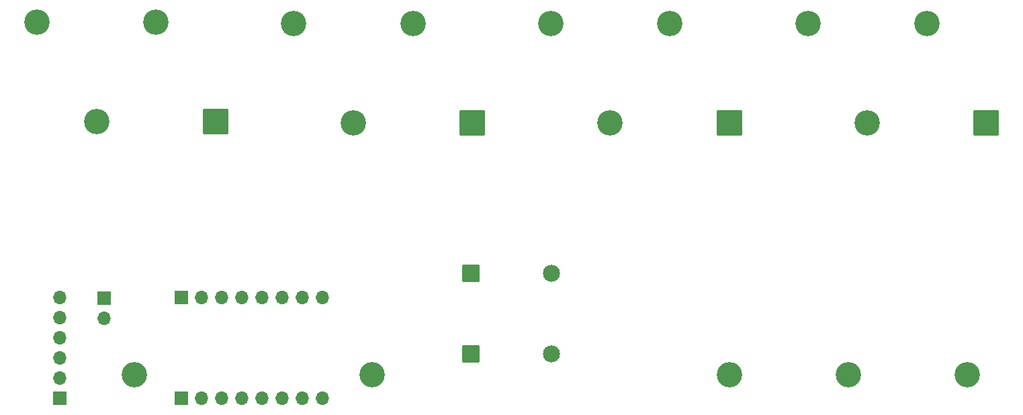
<source format=gbr>
%TF.GenerationSoftware,KiCad,Pcbnew,8.0.3*%
%TF.CreationDate,2025-02-02T18:29:45-08:00*%
%TF.ProjectId,Power_Distribution,506f7765-725f-4446-9973-747269627574,rev?*%
%TF.SameCoordinates,Original*%
%TF.FileFunction,Soldermask,Bot*%
%TF.FilePolarity,Negative*%
%FSLAX46Y46*%
G04 Gerber Fmt 4.6, Leading zero omitted, Abs format (unit mm)*
G04 Created by KiCad (PCBNEW 8.0.3) date 2025-02-02 18:29:45*
%MOMM*%
%LPD*%
G01*
G04 APERTURE LIST*
G04 Aperture macros list*
%AMRoundRect*
0 Rectangle with rounded corners*
0 $1 Rounding radius*
0 $2 $3 $4 $5 $6 $7 $8 $9 X,Y pos of 4 corners*
0 Add a 4 corners polygon primitive as box body*
4,1,4,$2,$3,$4,$5,$6,$7,$8,$9,$2,$3,0*
0 Add four circle primitives for the rounded corners*
1,1,$1+$1,$2,$3*
1,1,$1+$1,$4,$5*
1,1,$1+$1,$6,$7*
1,1,$1+$1,$8,$9*
0 Add four rect primitives between the rounded corners*
20,1,$1+$1,$2,$3,$4,$5,0*
20,1,$1+$1,$4,$5,$6,$7,0*
20,1,$1+$1,$6,$7,$8,$9,0*
20,1,$1+$1,$8,$9,$2,$3,0*%
G04 Aperture macros list end*
%ADD10C,3.200000*%
%ADD11RoundRect,0.102000X-0.975000X-0.975000X0.975000X-0.975000X0.975000X0.975000X-0.975000X0.975000X0*%
%ADD12C,2.154000*%
%ADD13RoundRect,0.102000X1.500000X1.500000X-1.500000X1.500000X-1.500000X-1.500000X1.500000X-1.500000X0*%
%ADD14C,3.204000*%
%ADD15R,1.700000X1.700000*%
%ADD16O,1.700000X1.700000*%
G04 APERTURE END LIST*
D10*
%TO.C,H2*%
X128990000Y-107289600D03*
%TD*%
%TO.C,H4*%
X98990000Y-107289600D03*
%TD*%
%TO.C,H3*%
X203990000Y-107289600D03*
%TD*%
%TO.C,H2*%
X173990000Y-107289600D03*
%TD*%
%TO.C,H1*%
X188990000Y-107289600D03*
%TD*%
D11*
%TO.C,J4*%
X141427200Y-94488000D03*
X141427200Y-104648000D03*
D12*
X151587200Y-94488000D03*
X151587200Y-104648000D03*
%TD*%
D13*
%TO.C,J6*%
X206396000Y-75492000D03*
D14*
X198896000Y-62992000D03*
X191396000Y-75492000D03*
X183896000Y-62992000D03*
%TD*%
D13*
%TO.C,J2*%
X141612000Y-75492000D03*
D14*
X134112000Y-62992000D03*
X126612000Y-75492000D03*
X119112000Y-62992000D03*
%TD*%
D15*
%TO.C,J9*%
X104967800Y-97536000D03*
D16*
X107507800Y-97536000D03*
X110047800Y-97536000D03*
X112587800Y-97536000D03*
X115127800Y-97536000D03*
X117667800Y-97536000D03*
X120207800Y-97536000D03*
X122747800Y-97536000D03*
%TD*%
D15*
%TO.C,J8*%
X95199200Y-97586800D03*
D16*
X95199200Y-100126800D03*
%TD*%
D15*
%TO.C,J5*%
X89611200Y-110190200D03*
D16*
X89611200Y-107650200D03*
X89611200Y-105110200D03*
X89611200Y-102570200D03*
X89611200Y-100030200D03*
X89611200Y-97490200D03*
%TD*%
D13*
%TO.C,J1*%
X173985600Y-75492000D03*
D14*
X166485600Y-62992000D03*
X158985600Y-75492000D03*
X151485600Y-62992000D03*
%TD*%
D13*
%TO.C,J7*%
X109252400Y-75339600D03*
D14*
X101752400Y-62839600D03*
X94252400Y-75339600D03*
X86752400Y-62839600D03*
%TD*%
D15*
%TO.C,J3*%
X104967800Y-110236000D03*
D16*
X107507800Y-110236000D03*
X110047800Y-110236000D03*
X112587800Y-110236000D03*
X115127800Y-110236000D03*
X117667800Y-110236000D03*
X120207800Y-110236000D03*
X122747800Y-110236000D03*
%TD*%
M02*

</source>
